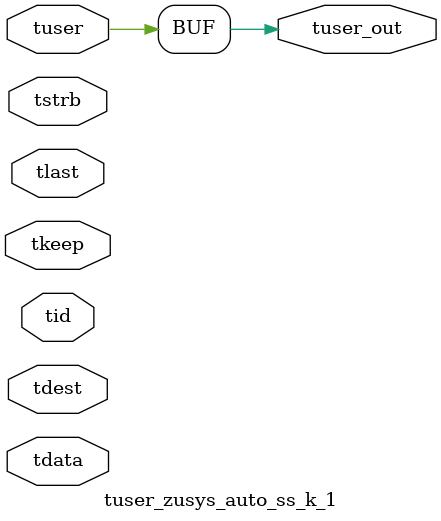
<source format=v>


`timescale 1ps/1ps

module tuser_zusys_auto_ss_k_1 #
(
parameter C_S_AXIS_TUSER_WIDTH = 1,
parameter C_S_AXIS_TDATA_WIDTH = 32,
parameter C_S_AXIS_TID_WIDTH   = 0,
parameter C_S_AXIS_TDEST_WIDTH = 0,
parameter C_M_AXIS_TUSER_WIDTH = 1
)
(
input  [(C_S_AXIS_TUSER_WIDTH == 0 ? 1 : C_S_AXIS_TUSER_WIDTH)-1:0     ] tuser,
input  [(C_S_AXIS_TDATA_WIDTH == 0 ? 1 : C_S_AXIS_TDATA_WIDTH)-1:0     ] tdata,
input  [(C_S_AXIS_TID_WIDTH   == 0 ? 1 : C_S_AXIS_TID_WIDTH)-1:0       ] tid,
input  [(C_S_AXIS_TDEST_WIDTH == 0 ? 1 : C_S_AXIS_TDEST_WIDTH)-1:0     ] tdest,
input  [(C_S_AXIS_TDATA_WIDTH/8)-1:0 ] tkeep,
input  [(C_S_AXIS_TDATA_WIDTH/8)-1:0 ] tstrb,
input                                                                    tlast,
output [C_M_AXIS_TUSER_WIDTH-1:0] tuser_out
);

assign tuser_out = {tuser[3:0]};

endmodule


</source>
